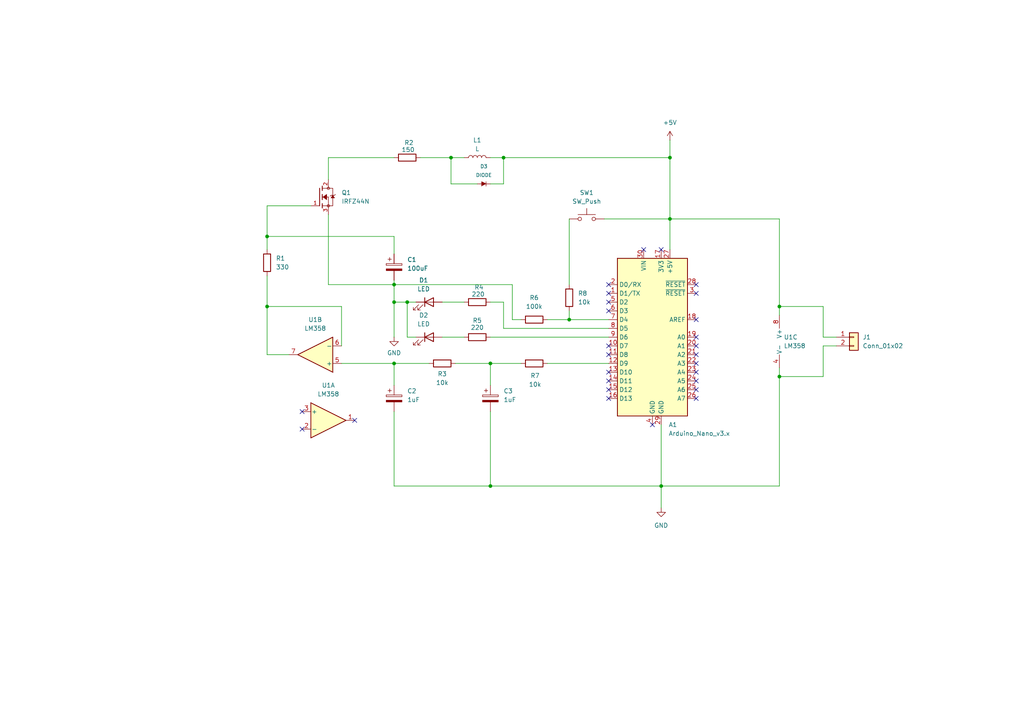
<source format=kicad_sch>
(kicad_sch (version 20250114) (generator "eeschema") (generator_version "9.0")
  (paper "A4")
  (lib_symbols
    (symbol "Amplifier_Operational:LM358" (pin_names (offset 0.127))
      (property "Reference" "U" (at 0 5.08 0))
      (property "Value" "LM358" (at 0 -5.08 0))
      (symbol "LM358_1_1"
        (polyline (pts (xy -5.08 5.08) (xy 5.08 0) (xy -5.08 -5.08) (xy -5.08 5.08)) (stroke (width 0.254)) (fill (type background)))
        (pin input line (at -7.62 2.54 0) (length 2.54) (name "+") (number "3"))
        (pin input line (at -7.62 -2.54 0) (length 2.54) (name "-") (number "2"))
        (pin output line (at 7.62 0 180) (length 2.54) (name "~") (number "1"))
      )
      (symbol "LM358_2_1"
        (polyline (pts (xy -5.08 5.08) (xy 5.08 0) (xy -5.08 -5.08) (xy -5.08 5.08)) (stroke (width 0.254)) (fill (type background)))
        (pin input line (at -7.62 2.54 0) (length 2.54) (name "+") (number "5"))
        (pin input line (at -7.62 -2.54 0) (length 2.54) (name "-") (number "6"))
        (pin output line (at 7.62 0 180) (length 2.54) (name "~") (number "7"))
      )
      (symbol "LM358_3_1"
        (pin power_in line (at -2.54 7.62 270) (length 3.81) (name "V+") (number "8"))
        (pin power_in line (at -2.54 -7.62 90) (length 3.81) (name "V-") (number "4"))
      )
    )
    (symbol "Connector_Generic:Conn_01x02" (pin_names (offset 1.016) (hide yes))
      (property "Reference" "J" (at 0 2.54 0))
      (property "Value" "Conn_01x02" (at 0 -5.08 0))
      (symbol "Conn_01x02_1_1"
        (rectangle (start -1.27 1.27) (end 1.27 -3.81) (stroke (width 0.254)) (fill (type background)))
        (rectangle (start -1.27 0.127) (end 0 -0.127) (stroke (width 0.1524)))
        (rectangle (start -1.27 -2.413) (end 0 -2.667) (stroke (width 0.1524)))
        (pin passive line (at -5.08 0 0) (length 3.81) (name "Pin_1") (number "1"))
        (pin passive line (at -5.08 -2.54 0) (length 3.81) (name "Pin_2") (number "2"))
      )
    )
    (symbol "Device:C_Polarized" (pin_numbers (hide yes)) (pin_names (offset 0.254))
      (property "Reference" "C" (at 0.635 2.54 0))
      (property "Value" "C_Polarized" (at 0.635 -2.54 0))
      (symbol "C_Polarized_0_1"
        (rectangle (start -2.286 0.508) (end 2.286 1.016))
        (polyline (pts (xy -1.778 2.286) (xy -0.762 2.286)))
        (polyline (pts (xy -1.27 2.794) (xy -1.27 1.778)))
        (rectangle (start 2.286 -0.508) (end -2.286 -1.016) (fill (type outline)))
      )
      (symbol "C_Polarized_1_1"
        (pin passive line (at 0 3.81 270) (length 2.794) (name "~") (number "1"))
        (pin passive line (at 0 -3.81 90) (length 2.794) (name "~") (number "2"))
      )
    )
    (symbol "Device:L" (pin_numbers (hide yes)) (pin_names (offset 1.016) (hide yes))
      (property "Reference" "L" (at -1.27 0 90))
      (property "Value" "L" (at 1.905 0 90))
      (symbol "L_0_1"
        (arc (start 0 2.54) (mid 0.6323 1.905) (end 0 1.27))
        (arc (start 0 1.27) (mid 0.6323 0.635) (end 0 0))
        (arc (start 0 0) (mid 0.6323 -0.635) (end 0 -1.27))
        (arc (start 0 -1.27) (mid 0.6323 -1.905) (end 0 -2.54))
      )
      (symbol "L_1_1"
        (pin passive line (at 0 3.81 270) (length 1.27) (name "1") (number "1"))
        (pin passive line (at 0 -3.81 90) (length 1.27) (name "2") (number "2"))
      )
    )
    (symbol "Device:LED" (pin_numbers (hide yes)) (pin_names (offset 1.016) (hide yes))
      (property "Reference" "D" (at 0 2.54 0))
      (property "Value" "LED" (at 0 -2.54 0))
      (symbol "LED_0_1"
        (polyline (pts (xy -3.048 -0.762) (xy -4.572 -2.286) (xy -3.81 -2.286) (xy -4.572 -2.286) (xy -4.572 -1.524)))
        (polyline (pts (xy -1.778 -0.762) (xy -3.302 -2.286) (xy -2.54 -2.286) (xy -3.302 -2.286) (xy -3.302 -1.524)))
        (polyline (pts (xy -1.27 0) (xy 1.27 0)))
        (polyline (pts (xy -1.27 -1.27) (xy -1.27 1.27)) (stroke (width 0.254)))
        (polyline (pts (xy 1.27 -1.27) (xy 1.27 1.27) (xy -1.27 0) (xy 1.27 -1.27)) (stroke (width 0.254)))
      )
      (symbol "LED_1_1"
        (pin passive line (at -3.81 0 0) (length 2.54) (name "K") (number "1"))
        (pin passive line (at 3.81 0 180) (length 2.54) (name "A") (number "2"))
      )
    )
    (symbol "Device:R" (pin_numbers (hide yes)) (pin_names (offset 0))
      (property "Reference" "R" (at 2.032 0 90))
      (property "Value" "R" (at 0 0 90))
      (symbol "R_0_1"
        (rectangle (start -1.016 -2.54) (end 1.016 2.54) (stroke (width 0.254)))
      )
      (symbol "R_1_1"
        (pin passive line (at 0 3.81 270) (length 1.27) (name "~") (number "1"))
        (pin passive line (at 0 -3.81 90) (length 1.27) (name "~") (number "2"))
      )
    )
    (symbol "IRFZ44N:IRFZ44N" (pin_names (offset 1.016))
      (property "Reference" "Q" (at -8.89 2.54 0))
      (property "Value" "IRFZ44N" (at -8.89 -7.62 0))
      (symbol "IRFZ44N_0_0"
        (polyline (pts (xy 0 2.54) (xy 0 -2.54)) (stroke (width 0.254)))
        (polyline (pts (xy 0.762 3.175) (xy 0.762 2.54)) (stroke (width 0.254)))
        (polyline (pts (xy 0.762 2.54) (xy 0.762 1.905)) (stroke (width 0.254)))
        (polyline (pts (xy 0.762 2.54) (xy 3.81 2.54)) (stroke (width 0.1524)))
        (polyline (pts (xy 0.762 0.762) (xy 0.762 0)) (stroke (width 0.254)))
        (polyline (pts (xy 0.762 0) (xy 0.762 -0.762)) (stroke (width 0.254)))
        (polyline (pts (xy 0.762 0) (xy 2.54 0)) (stroke (width 0.1524)))
        (polyline (pts (xy 0.762 -1.905) (xy 0.762 -2.54)) (stroke (width 0.254)))
        (polyline (pts (xy 0.762 -2.54) (xy 0.762 -3.175)) (stroke (width 0.254)))
        (polyline (pts (xy 1.016 0) (xy 2.032 0.762) (xy 2.032 -0.762) (xy 1.016 0)) (stroke (width 0.1524)) (fill (type outline)))
        (circle (center 2.54 2.54) (radius 0.3592))
        (polyline (pts (xy 2.54 0) (xy 2.54 -2.54)) (stroke (width 0.1524)))
        (polyline (pts (xy 2.54 -2.54) (xy 0.762 -2.54)) (stroke (width 0.1524)))
        (polyline (pts (xy 2.54 -2.54) (xy 3.81 -2.54)) (stroke (width 0.1524)))
        (circle (center 2.54 -2.54) (radius 0.3592))
        (polyline (pts (xy 3.302 0.508) (xy 3.048 0.254)) (stroke (width 0.1524)))
        (polyline (pts (xy 3.81 2.54) (xy 3.81 0.508)) (stroke (width 0.1524)))
        (polyline (pts (xy 3.81 0.508) (xy 3.302 0.508)) (stroke (width 0.1524)))
        (polyline (pts (xy 3.81 0.508) (xy 3.81 -2.54)) (stroke (width 0.1524)))
        (polyline (pts (xy 3.81 0.508) (xy 3.302 -0.254) (xy 4.318 -0.254) (xy 3.81 0.508)) (stroke (width 0.1524)) (fill (type outline)))
        (polyline (pts (xy 4.318 0.508) (xy 3.81 0.508)) (stroke (width 0.1524)))
        (polyline (pts (xy 4.572 0.762) (xy 4.318 0.508)) (stroke (width 0.1524)))
        (pin passive line (at -2.54 -2.54 0) (length 2.54) (name "~") (number "1"))
        (pin passive line (at 2.54 5.08 270) (length 2.54) (name "~") (number "2"))
        (pin passive line (at 2.54 -5.08 90) (length 2.54) (name "~") (number "3"))
      )
    )
    (symbol "MCU_Module:Arduino_Nano_v3.x"
      (property "Reference" "A" (at -10.16 23.495 0))
      (property "Value" "Arduino_Nano_v3.x" (at 5.08 -24.13 0))
      (symbol "Arduino_Nano_v3.x_0_1"
        (rectangle (start -10.16 22.86) (end 10.16 -22.86) (stroke (width 0.254)) (fill (type background)))
      )
      (symbol "Arduino_Nano_v3.x_1_1"
        (pin bidirectional line (at -12.7 15.24 0) (length 2.54) (name "D0/RX") (number "2"))
        (pin bidirectional line (at -12.7 12.7 0) (length 2.54) (name "D1/TX") (number "1"))
        (pin bidirectional line (at -12.7 10.16 0) (length 2.54) (name "D2") (number "5"))
        (pin bidirectional line (at -12.7 7.62 0) (length 2.54) (name "D3") (number "6"))
        (pin bidirectional line (at -12.7 5.08 0) (length 2.54) (name "D4") (number "7"))
        (pin bidirectional line (at -12.7 2.54 0) (length 2.54) (name "D5") (number "8"))
        (pin bidirectional line (at -12.7 0 0) (length 2.54) (name "D6") (number "9"))
        (pin bidirectional line (at -12.7 -2.54 0) (length 2.54) (name "D7") (number "10"))
        (pin bidirectional line (at -12.7 -5.08 0) (length 2.54) (name "D8") (number "11"))
        (pin bidirectional line (at -12.7 -7.62 0) (length 2.54) (name "D9") (number "12"))
        (pin bidirectional line (at -12.7 -10.16 0) (length 2.54) (name "D10") (number "13"))
        (pin bidirectional line (at -12.7 -12.7 0) (length 2.54) (name "D11") (number "14"))
        (pin bidirectional line (at -12.7 -15.24 0) (length 2.54) (name "D12") (number "15"))
        (pin bidirectional line (at -12.7 -17.78 0) (length 2.54) (name "D13") (number "16"))
        (pin power_in line (at -2.54 25.4 270) (length 2.54) (name "VIN") (number "30"))
        (pin power_in line (at 0 -25.4 90) (length 2.54) (name "GND") (number "4"))
        (pin power_out line (at 2.54 25.4 270) (length 2.54) (name "3V3") (number "17"))
        (pin power_in line (at 2.54 -25.4 90) (length 2.54) (name "GND") (number "29"))
        (pin power_out line (at 5.08 25.4 270) (length 2.54) (name "+5V") (number "27"))
        (pin input line (at 12.7 15.24 180) (length 2.54) (name "~{RESET}") (number "28"))
        (pin input line (at 12.7 12.7 180) (length 2.54) (name "~{RESET}") (number "3"))
        (pin input line (at 12.7 5.08 180) (length 2.54) (name "AREF") (number "18"))
        (pin bidirectional line (at 12.7 0 180) (length 2.54) (name "A0") (number "19"))
        (pin bidirectional line (at 12.7 -2.54 180) (length 2.54) (name "A1") (number "20"))
        (pin bidirectional line (at 12.7 -5.08 180) (length 2.54) (name "A2") (number "21"))
        (pin bidirectional line (at 12.7 -7.62 180) (length 2.54) (name "A3") (number "22"))
        (pin bidirectional line (at 12.7 -10.16 180) (length 2.54) (name "A4") (number "23"))
        (pin bidirectional line (at 12.7 -12.7 180) (length 2.54) (name "A5") (number "24"))
        (pin bidirectional line (at 12.7 -15.24 180) (length 2.54) (name "A6") (number "25"))
        (pin bidirectional line (at 12.7 -17.78 180) (length 2.54) (name "A7") (number "26"))
      )
    )
    (symbol "Switch:SW_Push" (pin_numbers (hide yes)) (pin_names (offset 1.016) (hide yes))
      (property "Reference" "SW" (at 1.27 2.54 0))
      (property "Value" "SW_Push" (at 0 -1.524 0))
      (symbol "SW_Push_0_1"
        (circle (center -2.032 0) (radius 0.508))
        (polyline (pts (xy 0 1.27) (xy 0 3.048)))
        (circle (center 2.032 0) (radius 0.508))
        (polyline (pts (xy 2.54 1.27) (xy -2.54 1.27)))
        (pin passive line (at -5.08 0 0) (length 2.54) (name "1") (number "1"))
        (pin passive line (at 5.08 0 180) (length 2.54) (name "2") (number "2"))
      )
    )
    (symbol "power:+5V" (power) (pin_numbers (hide yes)) (pin_names (offset 0) (hide yes))
      (property "Value" "+5V" (at 0 3.556 0))
      (symbol "+5V_0_1"
        (polyline (pts (xy -0.762 1.27) (xy 0 2.54)))
        (polyline (pts (xy 0 2.54) (xy 0.762 1.27)))
        (polyline (pts (xy 0 0) (xy 0 2.54)))
      )
      (symbol "+5V_1_1"
        (pin power_in line (at 0 0 90) (length 0) (name "~") (number "1"))
      )
    )
    (symbol "power:GND" (power) (pin_numbers (hide yes)) (pin_names (offset 0) (hide yes))
      (property "Value" "GND" (at 0 -3.81 0))
      (symbol "GND_0_1"
        (polyline (pts (xy 0 0) (xy 0 -1.27) (xy 1.27 -1.27) (xy 0 -2.54) (xy -1.27 -1.27) (xy 0 -1.27)))
      )
      (symbol "GND_1_1"
        (pin power_in line (at 0 0 270) (length 0) (name "~") (number "1"))
      )
    )
    (symbol "w_device:DIODE" (pin_numbers (hide yes)) (pin_names (offset 1.016) (hide yes))
      (property "Reference" "D" (at 0 2.54 0))
      (property "Value" "DIODE" (at 0 -2.54 0))
      (symbol "DIODE_0_1"
        (polyline (pts (xy 1.27 0) (xy 0 0.635) (xy 0 -0.635) (xy 0 -0.635)) (fill (type outline)))
        (polyline (pts (xy 1.27 -0.635) (xy 1.27 0.635) (xy 1.27 0.635)))
      )
      (symbol "DIODE_1_1"
        (pin passive line (at -1.27 0 0) (length 1.27) (name "A") (number "1"))
        (pin passive line (at 2.54 0 180) (length 1.27) (name "K") (number "2"))
      )
    )
  )
  (junction (at 142.24 140.97))
  (junction (at 226.06 109.22))
  (junction (at 118.11 87.63))
  (junction (at 114.3 82.55))
  (junction (at 130.81 45.72))
  (junction (at 146.05 45.72))
  (junction (at 226.06 88.9))
  (junction (at 77.47 68.58))
  (junction (at 194.31 63.5))
  (junction (at 114.3 87.63))
  (junction (at 165.1 92.71))
  (junction (at 77.47 88.9))
  (junction (at 114.3 105.41))
  (junction (at 142.24 105.41))
  (junction (at 191.77 140.97))
  (junction (at 194.31 45.72))
  (no_connect (at 201.93 85.09))
  (no_connect (at 176.53 82.55))
  (no_connect (at 102.87 121.92))
  (no_connect (at 201.93 92.71))
  (no_connect (at 201.93 97.79))
  (no_connect (at 201.93 105.41))
  (no_connect (at 176.53 87.63))
  (no_connect (at 176.53 115.57))
  (no_connect (at 201.93 102.87))
  (no_connect (at 87.63 119.38))
  (no_connect (at 201.93 107.95))
  (no_connect (at 201.93 113.03))
  (no_connect (at 176.53 85.09))
  (no_connect (at 201.93 100.33))
  (no_connect (at 201.93 115.57))
  (no_connect (at 201.93 110.49))
  (no_connect (at 191.77 72.39))
  (no_connect (at 201.93 82.55))
  (no_connect (at 176.53 90.17))
  (no_connect (at 176.53 110.49))
  (no_connect (at 176.53 113.03))
  (no_connect (at 189.23 123.19))
  (no_connect (at 176.53 107.95))
  (no_connect (at 87.63 124.46))
  (no_connect (at 176.53 100.33))
  (no_connect (at 186.69 72.39))
  (no_connect (at 176.53 102.87))
  (wire (pts (xy 77.47 68.58) (xy 114.3 68.58)))
  (wire (pts (xy 95.25 82.55) (xy 114.3 82.55)))
  (wire (pts (xy 146.05 87.63) (xy 142.24 87.63)))
  (wire (pts (xy 148.59 82.55) (xy 114.3 82.55)))
  (wire (pts (xy 95.25 45.72) (xy 95.25 52.07)))
  (wire (pts (xy 114.3 87.63) (xy 114.3 97.79)))
  (wire (pts (xy 142.24 97.79) (xy 176.53 97.79)))
  (wire (pts (xy 146.05 45.72) (xy 194.31 45.72)))
  (wire (pts (xy 242.57 100.33) (xy 238.76 100.33)))
  (wire (pts (xy 158.75 92.71) (xy 165.1 92.71)))
  (wire (pts (xy 146.05 95.25) (xy 146.05 87.63)))
  (wire (pts (xy 77.47 102.87) (xy 77.47 88.9)))
  (wire (pts (xy 146.05 53.34) (xy 146.05 45.72)))
  (wire (pts (xy 83.82 102.87) (xy 77.47 102.87)))
  (wire (pts (xy 138.43 53.34) (xy 130.81 53.34)))
  (wire (pts (xy 128.27 97.79) (xy 134.62 97.79)))
  (wire (pts (xy 142.24 105.41) (xy 142.24 111.76)))
  (wire (pts (xy 114.3 81.28) (xy 114.3 82.55)))
  (wire (pts (xy 99.06 105.41) (xy 114.3 105.41)))
  (wire (pts (xy 128.27 87.63) (xy 134.62 87.63)))
  (wire (pts (xy 226.06 109.22) (xy 226.06 140.97)))
  (wire (pts (xy 194.31 63.5) (xy 194.31 72.39)))
  (wire (pts (xy 142.24 45.72) (xy 146.05 45.72)))
  (wire (pts (xy 194.31 45.72) (xy 194.31 63.5)))
  (wire (pts (xy 226.06 140.97) (xy 191.77 140.97)))
  (wire (pts (xy 99.06 88.9) (xy 99.06 100.33)))
  (wire (pts (xy 165.1 63.5) (xy 165.1 82.55)))
  (wire (pts (xy 176.53 95.25) (xy 146.05 95.25)))
  (wire (pts (xy 114.3 73.66) (xy 114.3 68.58)))
  (wire (pts (xy 121.92 45.72) (xy 130.81 45.72)))
  (wire (pts (xy 114.3 140.97) (xy 142.24 140.97)))
  (wire (pts (xy 114.3 119.38) (xy 114.3 140.97)))
  (wire (pts (xy 151.13 92.71) (xy 148.59 92.71)))
  (wire (pts (xy 175.26 63.5) (xy 194.31 63.5)))
  (wire (pts (xy 114.3 87.63) (xy 118.11 87.63)))
  (wire (pts (xy 142.24 53.34) (xy 146.05 53.34)))
  (wire (pts (xy 130.81 45.72) (xy 134.62 45.72)))
  (wire (pts (xy 77.47 80.01) (xy 77.47 88.9)))
  (wire (pts (xy 142.24 140.97) (xy 191.77 140.97)))
  (wire (pts (xy 148.59 92.71) (xy 148.59 82.55)))
  (wire (pts (xy 77.47 59.69) (xy 77.47 68.58)))
  (wire (pts (xy 114.3 105.41) (xy 114.3 111.76)))
  (wire (pts (xy 77.47 88.9) (xy 99.06 88.9)))
  (wire (pts (xy 165.1 92.71) (xy 176.53 92.71)))
  (wire (pts (xy 226.06 88.9) (xy 226.06 63.5)))
  (wire (pts (xy 191.77 123.19) (xy 191.77 140.97)))
  (wire (pts (xy 132.08 105.41) (xy 142.24 105.41)))
  (wire (pts (xy 77.47 68.58) (xy 77.47 72.39)))
  (wire (pts (xy 142.24 105.41) (xy 151.13 105.41)))
  (wire (pts (xy 120.65 97.79) (xy 118.11 97.79)))
  (wire (pts (xy 226.06 106.68) (xy 226.06 109.22)))
  (wire (pts (xy 238.76 97.79) (xy 238.76 88.9)))
  (wire (pts (xy 194.31 40.64) (xy 194.31 45.72)))
  (wire (pts (xy 165.1 90.17) (xy 165.1 92.71)))
  (wire (pts (xy 114.3 82.55) (xy 114.3 87.63)))
  (wire (pts (xy 124.46 105.41) (xy 114.3 105.41)))
  (wire (pts (xy 114.3 45.72) (xy 95.25 45.72)))
  (wire (pts (xy 238.76 88.9) (xy 226.06 88.9)))
  (wire (pts (xy 130.81 53.34) (xy 130.81 45.72)))
  (wire (pts (xy 226.06 91.44) (xy 226.06 88.9)))
  (wire (pts (xy 158.75 105.41) (xy 176.53 105.41)))
  (wire (pts (xy 95.25 62.23) (xy 95.25 82.55)))
  (wire (pts (xy 90.17 59.69) (xy 77.47 59.69)))
  (wire (pts (xy 118.11 87.63) (xy 120.65 87.63)))
  (wire (pts (xy 226.06 63.5) (xy 194.31 63.5)))
  (wire (pts (xy 118.11 97.79) (xy 118.11 87.63)))
  (wire (pts (xy 191.77 140.97) (xy 191.77 147.32)))
  (wire (pts (xy 238.76 109.22) (xy 226.06 109.22)))
  (wire (pts (xy 142.24 119.38) (xy 142.24 140.97)))
  (wire (pts (xy 238.76 100.33) (xy 238.76 109.22)))
  (wire (pts (xy 242.57 97.79) (xy 238.76 97.79)))
  (symbol (lib_id "Device:R") (at 154.94 92.71 90) (unit 1)
    (property "Reference" "R6" (at 154.94 86.36 90))
    (property "Value" "100k" (at 154.94 88.9 90))
    (property "Footprint" "Resistor_THT:R_Axial_DIN0204_L3.6mm_D1.6mm_P5.08mm_Horizontal" (effects (hide yes)))
    (property "Description" "Resistor" (effects (hide yes)))
  )
  (symbol (lib_id "w_device:DIODE") (at 139.7 53.34 0) (unit 1)
    (property "Reference" "D3" (at 140.335 48.26 0) (effects (font (size 1.016 1.016))))
    (property "Value" "DIODE" (at 140.335 50.8 0) (effects (font (size 1.016 1.016))))
    (property "Footprint" "Diode_THT:D_DO-35_SOD27_P7.62mm_Horizontal" (effects (hide yes)))
    (property "Description" "Diode simple" (effects (hide yes)))
  )
  (symbol (lib_id "Amplifier_Operational:LM358") (at 95.25 121.92 0) (unit 1)
    (property "Reference" "U1" (at 95.25 111.76 0))
    (property "Value" "LM358" (at 95.25 114.3 0))
    (property "Datasheet" "http://www.ti.com/lit/ds/symlink/lm2904-n.pdf" (effects (hide yes)))
    (property "Description" "Low-Power, Dual Operational Amplifiers, DIP-8/SOIC-8/TO-99-8" (effects (hide yes)))
  )
  (symbol (lib_id "Connector_Generic:Conn_01x02") (at 247.65 97.79 0) (unit 1)
    (property "Reference" "J1" (at 250.19 97.7899 0) (effects (justify left)))
    (property "Value" "Conn_01x02" (at 250.19 100.3299 0) (effects (justify left)))
    (property "Footprint" "Connector_Wire:SolderWire-0.1sqmm_1x02_P3.6mm_D0.4mm_OD1mm" (effects (hide yes)))
    (property "Description" "Generic connector, single row, 01x02, script generated (kicad-library-utils/schlib/autogen/connector/)" (effects (hide yes)))
  )
  (symbol (lib_id "Device:R") (at 154.94 105.41 90) (unit 1)
    (property "Reference" "R7" (at 155.194 108.966 90))
    (property "Value" "10k" (at 155.194 111.506 90))
    (property "Footprint" "Resistor_THT:R_Axial_DIN0204_L3.6mm_D1.6mm_P5.08mm_Horizontal" (effects (hide yes)))
    (property "Description" "Resistor" (effects (hide yes)))
  )
  (symbol (lib_id "Device:R") (at 138.43 97.79 90) (unit 1)
    (property "Reference" "R5" (at 138.43 92.964 90))
    (property "Value" "220" (at 138.43 94.996 90))
    (property "Footprint" "Resistor_THT:R_Axial_DIN0204_L3.6mm_D1.6mm_P5.08mm_Horizontal" (effects (hide yes)))
    (property "Description" "Resistor" (effects (hide yes)))
  )
  (symbol (lib_id "power:GND") (at 191.77 147.32 0) (unit 1)
    (property "Reference" "#PWR02" (effects (hide yes)))
    (property "Value" "GND" (at 191.77 152.4 0))
    (property "Description" "Power symbol creates a global label with name \"GND\" , ground" (effects (hide yes)))
  )
  (symbol (lib_id "Device:R") (at 138.43 87.63 90) (unit 1)
    (property "Reference" "R4" (at 138.938 83.312 90))
    (property "Value" "220" (at 138.684 85.344 90))
    (property "Footprint" "Resistor_THT:R_Axial_DIN0204_L3.6mm_D1.6mm_P5.08mm_Horizontal" (effects (hide yes)))
    (property "Description" "Resistor" (effects (hide yes)))
  )
  (symbol (lib_id "Device:R") (at 165.1 86.36 0) (unit 1)
    (property "Reference" "R8" (at 167.64 85.0899 0) (effects (justify left)))
    (property "Value" "10k" (at 167.64 87.6299 0) (effects (justify left)))
    (property "Footprint" "Resistor_THT:R_Axial_DIN0204_L3.6mm_D1.6mm_P5.08mm_Horizontal" (effects (hide yes)))
    (property "Description" "Resistor" (effects (hide yes)))
  )
  (symbol (lib_id "Device:C_Polarized") (at 142.24 115.57 0) (unit 1)
    (property "Reference" "C3" (at 146.05 113.4109 0) (effects (justify left)))
    (property "Value" "1uF" (at 146.05 115.9509 0) (effects (justify left)))
    (property "Footprint" "Capacitor_THT:CP_Radial_D4.0mm_P1.50mm" (effects (hide yes)))
    (property "Description" "Polarized capacitor" (effects (hide yes)))
  )
  (symbol (lib_id "Device:LED") (at 124.46 97.79 0) (unit 1)
    (property "Reference" "D2" (at 122.8725 91.44 0))
    (property "Value" "LED" (at 122.8725 93.98 0))
    (property "Footprint" "LED_THT:LED_D3.0mm" (effects (hide yes)))
    (property "Description" "Light emitting diode" (effects (hide yes)))
    (property "Sim.Pins" "1=K 2=A" (effects (hide yes)))
  )
  (symbol (lib_id "Amplifier_Operational:LM358") (at 228.6 99.06 0) (unit 3)
    (property "Reference" "U1" (at 227.33 97.7899 0) (effects (justify left)))
    (property "Value" "LM358" (at 227.33 100.3299 0) (effects (justify left)))
    (property "Footprint" "Package_DIP:DIP-8_W7.62mm_Socket" (effects (hide yes)))
    (property "Datasheet" "http://www.ti.com/lit/ds/symlink/lm2904-n.pdf" (effects (hide yes)))
    (property "Description" "Low-Power, Dual Operational Amplifiers, DIP-8/SOIC-8/TO-99-8" (effects (hide yes)))
  )
  (symbol (lib_id "power:+5V") (at 194.31 40.64 0) (unit 1)
    (property "Reference" "#PWR03" (effects (hide yes)))
    (property "Value" "+5V" (at 194.31 35.56 0))
    (property "Description" "Power symbol creates a global label with name \"+5V\"" (effects (hide yes)))
  )
  (symbol (lib_id "power:GND") (at 114.3 97.79 0) (unit 1)
    (property "Reference" "#PWR01" (effects (hide yes)))
    (property "Value" "GND" (at 114.3 102.362 0))
    (property "Description" "Power symbol creates a global label with name \"GND\" , ground" (effects (hide yes)))
  )
  (symbol (lib_id "Device:LED") (at 124.46 87.63 0) (unit 1)
    (property "Reference" "D1" (at 122.8725 81.28 0))
    (property "Value" "LED" (at 122.8725 83.82 0))
    (property "Footprint" "LED_THT:LED_D3.0mm" (effects (hide yes)))
    (property "Description" "Light emitting diode" (effects (hide yes)))
    (property "Sim.Pins" "1=K 2=A" (effects (hide yes)))
  )
  (symbol (lib_id "Device:R") (at 77.47 76.2 0) (unit 1)
    (property "Reference" "R1" (at 80.01 74.9299 0) (effects (justify left)))
    (property "Value" "330" (at 80.01 77.4699 0) (effects (justify left)))
    (property "Footprint" "Resistor_THT:R_Axial_DIN0204_L3.6mm_D1.6mm_P5.08mm_Horizontal" (effects (hide yes)))
    (property "Description" "Resistor" (effects (hide yes)))
  )
  (symbol (lib_id "Device:C_Polarized") (at 114.3 115.57 0) (unit 1)
    (property "Reference" "C2" (at 118.11 113.4109 0) (effects (justify left)))
    (property "Value" "1uF" (at 118.11 115.9509 0) (effects (justify left)))
    (property "Footprint" "Capacitor_THT:CP_Radial_D4.0mm_P1.50mm" (effects (hide yes)))
    (property "Description" "Polarized capacitor" (effects (hide yes)))
  )
  (symbol (lib_id "Device:R") (at 118.11 45.72 90) (unit 1)
    (property "Reference" "R2" (at 118.618 41.402 90))
    (property "Value" "150" (at 118.364 43.434 90))
    (property "Footprint" "Resistor_THT:R_Axial_DIN0204_L3.6mm_D1.6mm_P5.08mm_Horizontal" (effects (hide yes)))
    (property "Description" "Resistor" (effects (hide yes)))
  )
  (symbol (lib_id "MCU_Module:Arduino_Nano_v3.x") (at 189.23 97.79 0) (unit 1)
    (property "Reference" "A1" (at 193.9133 123.19 0) (effects (justify left)))
    (property "Value" "Arduino_Nano_v3.x" (at 193.9133 125.73 0) (effects (justify left)))
    (property "Footprint" "Module:Arduino_Nano" (effects (hide yes)))
    (property "Datasheet" "http://www.mouser.com/pdfdocs/Gravitech_Arduino_Nano3_0.pdf" (effects (hide yes)))
    (property "Description" "Arduino Nano v3.x" (effects (hide yes)))
  )
  (symbol (lib_id "Amplifier_Operational:LM358") (at 91.44 102.87 180) (unit 2)
    (property "Reference" "U1" (at 91.44 92.71 0))
    (property "Value" "LM358" (at 91.44 95.25 0))
    (property "Footprint" "Package_DIP:DIP-8_W7.62mm_Socket" (effects (hide yes)))
    (property "Datasheet" "http://www.ti.com/lit/ds/symlink/lm2904-n.pdf" (effects (hide yes)))
    (property "Description" "Low-Power, Dual Operational Amplifiers, DIP-8/SOIC-8/TO-99-8" (effects (hide yes)))
  )
  (symbol (lib_id "Device:C_Polarized") (at 114.3 77.47 0) (unit 1)
    (property "Reference" "C1" (at 118.11 75.3109 0) (effects (justify left)))
    (property "Value" "100uF" (at 118.11 77.8509 0) (effects (justify left)))
    (property "Footprint" "Capacitor_THT:CP_Radial_D4.0mm_P1.50mm" (effects (hide yes)))
    (property "Description" "Polarized capacitor" (effects (hide yes)))
  )
  (symbol (lib_id "Switch:SW_Push") (at 170.18 63.5 0) (unit 1)
    (property "Reference" "SW1" (at 170.18 55.88 0))
    (property "Value" "SW_Push" (at 170.18 58.42 0))
    (property "Footprint" "Button_Switch_THT:SW_PUSH_1P1T_6x3.5mm_H4.3_APEM_MJTP1243" (effects (hide yes)))
    (property "Description" "Push button switch, generic, two pins" (effects (hide yes)))
  )
  (symbol (lib_id "IRFZ44N:IRFZ44N") (at 92.71 57.15 0) (unit 1)
    (property "Reference" "Q1" (at 99.06 55.8799 0) (effects (justify left)))
    (property "Value" "IRFZ44N" (at 99.06 58.4199 0) (effects (justify left)))
    (property "Footprint" "fet-IRFZ44N:TO254P1016X419X2286-3" (effects (hide yes)))
    (property "MF" "Infineon Technologies" (effects (hide yes)))
    (property "MAXIMUM_PACKAGE_HEIGHT" "22.86 mm" (effects (hide yes)))
    (property "Package" "TO-220AB-3 Infineon" (effects (hide yes)))
    (property "Price" "None" (effects (hide yes)))
    (property "Check_prices" "https://www.snapeda.com/parts/IRFZ44N/Infineon/view-part/?ref=eda" (effects (hide yes)))
    (property "STANDARD" "IPC 7351B" (effects (hide yes)))
    (property "PARTREV" "09/21/10" (effects (hide yes)))
    (property "SnapEDA_Link" "https://www.snapeda.com/parts/IRFZ44N/Infineon/view-part/?ref=snap" (effects (hide yes)))
    (property "MP" "IRFZ44N" (effects (hide yes)))
    (property "Description_1" "N-Channel 55 V 49A (Tc) 94W (Tc) Through Hole TO-220AB" (effects (hide yes)))
    (property "SNAPEDA_PN" "IRFZ44N" (effects (hide yes)))
    (property "Availability" "In Stock" (effects (hide yes)))
    (property "MANUFACTURER" "Infineon" (effects (hide yes)))
  )
  (symbol (lib_id "Device:L") (at 138.43 45.72 90) (unit 1)
    (property "Reference" "L1" (at 138.43 40.64 90))
    (property "Value" "L" (at 138.43 43.18 90))
    (property "Footprint" "Coil:Schuman_Coil" (effects (hide yes)))
    (property "Description" "Inductor" (effects (hide yes)))
  )
  (symbol (lib_id "Device:R") (at 128.27 105.41 90) (unit 1)
    (property "Reference" "R3" (at 128.27 108.458 90))
    (property "Value" "10k" (at 128.27 110.998 90))
    (property "Footprint" "Resistor_THT:R_Axial_DIN0204_L3.6mm_D1.6mm_P5.08mm_Horizontal" (effects (hide yes)))
    (property "Description" "Resistor" (effects (hide yes)))
  )
)
</source>
